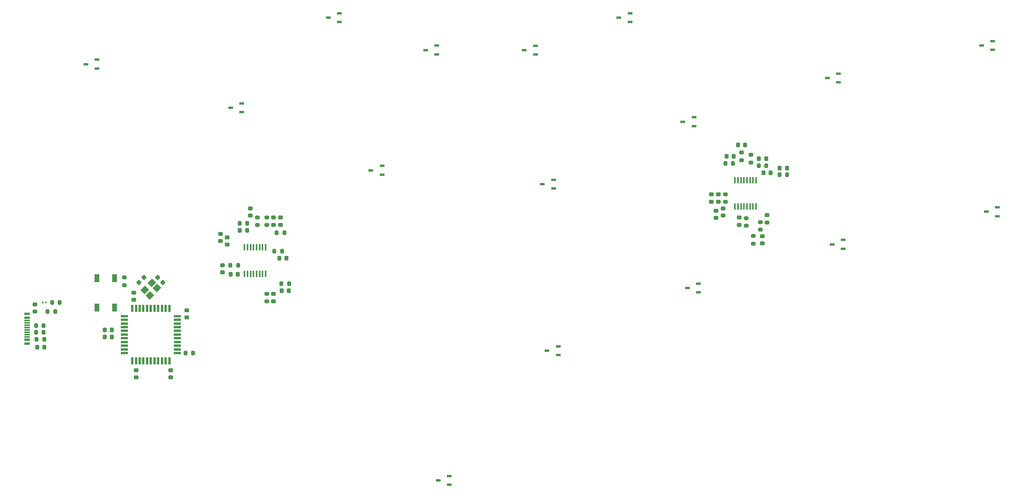
<source format=gbr>
%TF.GenerationSoftware,KiCad,Pcbnew,8.0.8*%
%TF.CreationDate,2025-04-29T22:55:39-07:00*%
%TF.ProjectId,MainBoard_BrooksGen5XMini,4d61696e-426f-4617-9264-5f42726f6f6b,rev?*%
%TF.SameCoordinates,Original*%
%TF.FileFunction,Paste,Bot*%
%TF.FilePolarity,Positive*%
%FSLAX46Y46*%
G04 Gerber Fmt 4.6, Leading zero omitted, Abs format (unit mm)*
G04 Created by KiCad (PCBNEW 8.0.8) date 2025-04-29 22:55:39*
%MOMM*%
%LPD*%
G01*
G04 APERTURE LIST*
G04 Aperture macros list*
%AMRoundRect*
0 Rectangle with rounded corners*
0 $1 Rounding radius*
0 $2 $3 $4 $5 $6 $7 $8 $9 X,Y pos of 4 corners*
0 Add a 4 corners polygon primitive as box body*
4,1,4,$2,$3,$4,$5,$6,$7,$8,$9,$2,$3,0*
0 Add four circle primitives for the rounded corners*
1,1,$1+$1,$2,$3*
1,1,$1+$1,$4,$5*
1,1,$1+$1,$6,$7*
1,1,$1+$1,$8,$9*
0 Add four rect primitives between the rounded corners*
20,1,$1+$1,$2,$3,$4,$5,0*
20,1,$1+$1,$4,$5,$6,$7,0*
20,1,$1+$1,$6,$7,$8,$9,0*
20,1,$1+$1,$8,$9,$2,$3,0*%
%AMRotRect*
0 Rectangle, with rotation*
0 The origin of the aperture is its center*
0 $1 length*
0 $2 width*
0 $3 Rotation angle, in degrees counterclockwise*
0 Add horizontal line*
21,1,$1,$2,0,0,$3*%
G04 Aperture macros list end*
%ADD10RoundRect,0.225000X0.225000X0.250000X-0.225000X0.250000X-0.225000X-0.250000X0.225000X-0.250000X0*%
%ADD11R,1.500000X0.550000*%
%ADD12R,0.550000X1.500000*%
%ADD13RoundRect,0.200000X-0.275000X0.200000X-0.275000X-0.200000X0.275000X-0.200000X0.275000X0.200000X0*%
%ADD14RoundRect,0.225000X0.250000X-0.225000X0.250000X0.225000X-0.250000X0.225000X-0.250000X-0.225000X0*%
%ADD15R,1.000000X0.599999*%
%ADD16RoundRect,0.225000X-0.250000X0.225000X-0.250000X-0.225000X0.250000X-0.225000X0.250000X0.225000X0*%
%ADD17RoundRect,0.200000X-0.200000X-0.275000X0.200000X-0.275000X0.200000X0.275000X-0.200000X0.275000X0*%
%ADD18RoundRect,0.225000X-0.225000X-0.250000X0.225000X-0.250000X0.225000X0.250000X-0.225000X0.250000X0*%
%ADD19RoundRect,0.200000X0.200000X0.275000X-0.200000X0.275000X-0.200000X-0.275000X0.200000X-0.275000X0*%
%ADD20RoundRect,0.225000X-0.017678X0.335876X-0.335876X0.017678X0.017678X-0.335876X0.335876X-0.017678X0*%
%ADD21RoundRect,0.200000X0.275000X-0.200000X0.275000X0.200000X-0.275000X0.200000X-0.275000X-0.200000X0*%
%ADD22R,0.355600X1.422400*%
%ADD23R,1.000000X1.700000*%
%ADD24RoundRect,0.218750X-0.256250X0.218750X-0.256250X-0.218750X0.256250X-0.218750X0.256250X0.218750X0*%
%ADD25R,1.150000X0.300000*%
%ADD26R,1.150000X0.600000*%
%ADD27RoundRect,0.225000X-0.335876X-0.017678X-0.017678X-0.335876X0.335876X0.017678X0.017678X0.335876X0*%
%ADD28RotRect,1.400000X1.200000X45.000000*%
%ADD29RoundRect,0.218750X0.218750X0.256250X-0.218750X0.256250X-0.218750X-0.256250X0.218750X-0.256250X0*%
%ADD30RoundRect,0.079500X0.079500X0.100500X-0.079500X0.100500X-0.079500X-0.100500X0.079500X-0.100500X0*%
G04 APERTURE END LIST*
D10*
%TO.C,C30*%
X84275000Y-89000000D03*
X82725000Y-89000000D03*
%TD*%
D11*
%TO.C,U20*%
X48800000Y-102500000D03*
X48800000Y-101700000D03*
X48800000Y-100900000D03*
X48800000Y-100100000D03*
X48800000Y-99300000D03*
X48800000Y-98500000D03*
X48800000Y-97700000D03*
X48800000Y-96900000D03*
X48800000Y-96100000D03*
X48800000Y-95300000D03*
X48800000Y-94500000D03*
D12*
X50500000Y-92800000D03*
X51300000Y-92800000D03*
X52100000Y-92800000D03*
X52900000Y-92800000D03*
X53700000Y-92800000D03*
X54500000Y-92800000D03*
X55300000Y-92800000D03*
X56100000Y-92800000D03*
X56900000Y-92800000D03*
X57700000Y-92800000D03*
X58500000Y-92800000D03*
D11*
X60200000Y-94500000D03*
X60200000Y-95300000D03*
X60200000Y-96100000D03*
X60200000Y-96900000D03*
X60200000Y-97700000D03*
X60200000Y-98500000D03*
X60200000Y-99300000D03*
X60200000Y-100100000D03*
X60200000Y-100900000D03*
X60200000Y-101700000D03*
X60200000Y-102500000D03*
D12*
X58500000Y-104200000D03*
X57700000Y-104200000D03*
X56900000Y-104200000D03*
X56100000Y-104200000D03*
X55300000Y-104200000D03*
X54500000Y-104200000D03*
X53700000Y-104200000D03*
X52900000Y-104200000D03*
X52100000Y-104200000D03*
X51300000Y-104200000D03*
X50500000Y-104200000D03*
%TD*%
D13*
%TO.C,R12*%
X184000000Y-59675000D03*
X184000000Y-61325000D03*
%TD*%
D14*
%TO.C,C24*%
X181500000Y-74775000D03*
X181500000Y-73225000D03*
%TD*%
D15*
%TO.C,U15*%
X157900000Y-29049999D03*
X157900000Y-30949998D03*
X155500000Y-30000000D03*
%TD*%
D16*
%TO.C,C41*%
X82500000Y-73225000D03*
X82500000Y-74775000D03*
%TD*%
D15*
%TO.C,U4*%
X171700000Y-51549999D03*
X171700000Y-53449998D03*
X169300000Y-52500000D03*
%TD*%
%TO.C,U18*%
X137500000Y-36099999D03*
X137500000Y-37999998D03*
X135100000Y-37050000D03*
%TD*%
D14*
%TO.C,C7*%
X50800000Y-91000000D03*
X50800000Y-89450000D03*
%TD*%
D15*
%TO.C,U12*%
X142400000Y-101049999D03*
X142400000Y-102949998D03*
X140000000Y-102000000D03*
%TD*%
D13*
%TO.C,R31*%
X79500000Y-73175000D03*
X79500000Y-74825000D03*
%TD*%
D17*
%TO.C,R8*%
X178500000Y-61500000D03*
X180150000Y-61500000D03*
%TD*%
D10*
%TO.C,C17*%
X188275000Y-63500000D03*
X186725000Y-63500000D03*
%TD*%
D18*
%TO.C,C14*%
X178725000Y-60000000D03*
X180275000Y-60000000D03*
%TD*%
D15*
%TO.C,U6*%
X236200000Y-35049999D03*
X236200000Y-36949998D03*
X233800000Y-36000000D03*
%TD*%
D19*
%TO.C,R25*%
X82825000Y-80500000D03*
X81175000Y-80500000D03*
%TD*%
D20*
%TO.C,C10*%
X53060140Y-86108489D03*
X51964124Y-87204505D03*
%TD*%
D21*
%TO.C,R18*%
X183000000Y-75000000D03*
X183000000Y-73350000D03*
%TD*%
D22*
%TO.C,U3*%
X74725001Y-79655200D03*
X75374999Y-79655200D03*
X76025001Y-79655200D03*
X76674999Y-79655200D03*
X77324998Y-79655200D03*
X77974999Y-79655200D03*
X78624998Y-79655200D03*
X79274999Y-79655200D03*
X79274999Y-85344800D03*
X78625001Y-85344800D03*
X77974999Y-85344800D03*
X77325001Y-85344800D03*
X76675002Y-85344800D03*
X76025001Y-85344800D03*
X75375002Y-85344800D03*
X74725001Y-85344800D03*
%TD*%
D17*
%TO.C,R29*%
X73675000Y-74500000D03*
X75325000Y-74500000D03*
%TD*%
D19*
%TO.C,R14*%
X191825000Y-64000000D03*
X190175000Y-64000000D03*
%TD*%
%TO.C,R3*%
X31365000Y-98040000D03*
X29715000Y-98040000D03*
%TD*%
D21*
%TO.C,R20*%
X186000000Y-75825000D03*
X186000000Y-74175000D03*
%TD*%
D19*
%TO.C,R9*%
X31500000Y-99500000D03*
X29850000Y-99500000D03*
%TD*%
D23*
%TO.C,SW_RESET1*%
X42900000Y-86350000D03*
X42900000Y-92650000D03*
X46700000Y-86350000D03*
X46700000Y-92650000D03*
%TD*%
D21*
%TO.C,R19*%
X184500000Y-78825000D03*
X184500000Y-77175000D03*
%TD*%
D24*
%TO.C,D6*%
X29500000Y-91962500D03*
X29500000Y-93537500D03*
%TD*%
D25*
%TO.C,J1*%
X27795000Y-98990000D03*
X27795000Y-97990000D03*
X27795000Y-96490000D03*
X27795000Y-95490000D03*
D26*
X27795000Y-94840000D03*
X27795000Y-94040000D03*
D25*
X27795000Y-95990000D03*
X27795000Y-96990000D03*
X27795000Y-97490000D03*
X27795000Y-98490000D03*
D26*
X27795000Y-99640000D03*
X27795000Y-100440000D03*
%TD*%
D16*
%TO.C,C3*%
X51300000Y-106225000D03*
X51300000Y-107775000D03*
%TD*%
D14*
%TO.C,C9*%
X177000000Y-69775000D03*
X177000000Y-68225000D03*
%TD*%
D27*
%TO.C,C8*%
X55964124Y-86108489D03*
X57060140Y-87204505D03*
%TD*%
D13*
%TO.C,R11*%
X182000000Y-59175000D03*
X182000000Y-60825000D03*
%TD*%
D18*
%TO.C,C11*%
X44525000Y-99000000D03*
X46075000Y-99000000D03*
%TD*%
D14*
%TO.C,C25*%
X186500000Y-78775000D03*
X186500000Y-77225000D03*
%TD*%
D16*
%TO.C,C39*%
X81000000Y-73225000D03*
X81000000Y-74775000D03*
%TD*%
%TO.C,C4*%
X58800000Y-106225000D03*
X58800000Y-107775000D03*
%TD*%
%TO.C,C34*%
X69500000Y-76725000D03*
X69500000Y-78275000D03*
%TD*%
D10*
%TO.C,C16*%
X187275000Y-60500000D03*
X185725000Y-60500000D03*
%TD*%
D15*
%TO.C,U11*%
X141400000Y-65049999D03*
X141400000Y-66949998D03*
X139000000Y-66000000D03*
%TD*%
%TO.C,U10*%
X104400000Y-62049999D03*
X104400000Y-63949998D03*
X102000000Y-63000000D03*
%TD*%
D16*
%TO.C,C2*%
X70000000Y-83500000D03*
X70000000Y-85050000D03*
%TD*%
D17*
%TO.C,R7*%
X61975000Y-102500000D03*
X63625000Y-102500000D03*
%TD*%
D15*
%TO.C,U14*%
X237200000Y-70999999D03*
X237200000Y-72899998D03*
X234800000Y-71950000D03*
%TD*%
D28*
%TO.C,Y2*%
X53168629Y-88868629D03*
X54724264Y-87312994D03*
X55855635Y-88444365D03*
X54300000Y-90000000D03*
%TD*%
D21*
%TO.C,R26*%
X79500000Y-91325000D03*
X79500000Y-89675000D03*
%TD*%
D15*
%TO.C,U19*%
X203900000Y-78049999D03*
X203900000Y-79949998D03*
X201500000Y-79000000D03*
%TD*%
D29*
%TO.C,D5*%
X31537500Y-101250000D03*
X29962500Y-101250000D03*
%TD*%
D14*
%TO.C,C32*%
X81000000Y-91275000D03*
X81000000Y-89725000D03*
%TD*%
D15*
%TO.C,U16*%
X95200000Y-29049999D03*
X95200000Y-30949998D03*
X92800000Y-30000000D03*
%TD*%
D14*
%TO.C,C20*%
X178000000Y-72775000D03*
X178000000Y-71225000D03*
%TD*%
D22*
%TO.C,U1*%
X180569801Y-65130199D03*
X181219799Y-65130199D03*
X181869801Y-65130199D03*
X182519799Y-65130199D03*
X183169798Y-65130199D03*
X183819799Y-65130199D03*
X184469798Y-65130199D03*
X185119799Y-65130199D03*
X185119799Y-70819799D03*
X184469801Y-70819799D03*
X183819799Y-70819799D03*
X183169801Y-70819799D03*
X182519802Y-70819799D03*
X181869801Y-70819799D03*
X181219802Y-70819799D03*
X180569801Y-70819799D03*
%TD*%
D19*
%TO.C,R13*%
X187325000Y-62000000D03*
X185675000Y-62000000D03*
%TD*%
D15*
%TO.C,U13*%
X172700000Y-87499999D03*
X172700000Y-89399998D03*
X170300000Y-88450000D03*
%TD*%
D30*
%TO.C,D2*%
X31885000Y-91540000D03*
X31195000Y-91540000D03*
%TD*%
D18*
%TO.C,C15*%
X181225000Y-57500000D03*
X182775000Y-57500000D03*
%TD*%
D17*
%TO.C,R34*%
X71675000Y-83500000D03*
X73325000Y-83500000D03*
%TD*%
D15*
%TO.C,U7*%
X118900000Y-129049999D03*
X118900000Y-130949998D03*
X116500000Y-130000000D03*
%TD*%
D10*
%TO.C,C31*%
X83775000Y-82000000D03*
X82225000Y-82000000D03*
%TD*%
D19*
%TO.C,R5*%
X34865000Y-91540000D03*
X33215000Y-91540000D03*
%TD*%
D15*
%TO.C,U17*%
X116200000Y-36049999D03*
X116200000Y-37949998D03*
X113800000Y-37000000D03*
%TD*%
D18*
%TO.C,C1*%
X71725000Y-85500000D03*
X73275000Y-85500000D03*
%TD*%
D13*
%TO.C,R27*%
X178500000Y-68175000D03*
X178500000Y-69825000D03*
%TD*%
D10*
%TO.C,C18*%
X191775000Y-62500000D03*
X190225000Y-62500000D03*
%TD*%
D14*
%TO.C,C19*%
X176500000Y-73275000D03*
X176500000Y-71725000D03*
%TD*%
D17*
%TO.C,R2*%
X29715000Y-96540000D03*
X31365000Y-96540000D03*
%TD*%
D15*
%TO.C,U9*%
X42900000Y-39099999D03*
X42900000Y-40999998D03*
X40500000Y-40050000D03*
%TD*%
D14*
%TO.C,C6*%
X62300000Y-94775000D03*
X62300000Y-93225000D03*
%TD*%
D18*
%TO.C,C37*%
X73725000Y-76000000D03*
X75275000Y-76000000D03*
%TD*%
D15*
%TO.C,U8*%
X74100000Y-48549999D03*
X74100000Y-50449998D03*
X71700000Y-49500000D03*
%TD*%
D16*
%TO.C,C38*%
X76000000Y-71225000D03*
X76000000Y-72775000D03*
%TD*%
D13*
%TO.C,R30*%
X77500000Y-73175000D03*
X77500000Y-74825000D03*
%TD*%
D17*
%TO.C,R10*%
X32215000Y-93540000D03*
X33865000Y-93540000D03*
%TD*%
D14*
%TO.C,C12*%
X175500000Y-69775000D03*
X175500000Y-68225000D03*
%TD*%
D21*
%TO.C,R6*%
X48800000Y-87825000D03*
X48800000Y-86175000D03*
%TD*%
D19*
%TO.C,R24*%
X84325000Y-87500000D03*
X82675000Y-87500000D03*
%TD*%
%TO.C,R33*%
X83325000Y-76500000D03*
X81675000Y-76500000D03*
%TD*%
D16*
%TO.C,C26*%
X187500000Y-72725000D03*
X187500000Y-74275000D03*
%TD*%
D15*
%TO.C,U5*%
X202900000Y-42099999D03*
X202900000Y-43999998D03*
X200500000Y-43050000D03*
%TD*%
D10*
%TO.C,C5*%
X46075000Y-97500000D03*
X44525000Y-97500000D03*
%TD*%
D28*
%TO.C,*%
X53168629Y-88868629D03*
%TD*%
D16*
%TO.C,C33*%
X71000000Y-77500000D03*
X71000000Y-79050000D03*
%TD*%
M02*

</source>
